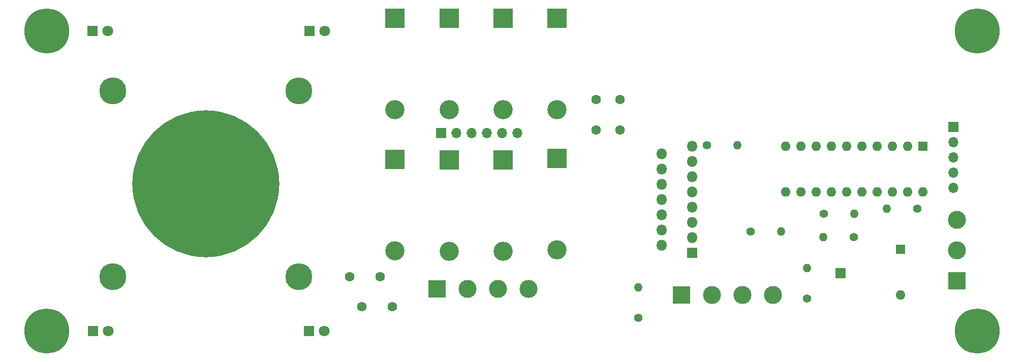
<source format=gbs>
G04 #@! TF.GenerationSoftware,KiCad,Pcbnew,(6.0.11)*
G04 #@! TF.CreationDate,2023-02-08T23:30:17+00:00*
G04 #@! TF.ProjectId,StepperDemoPCB,53746570-7065-4724-9465-6d6f5043422e,rev?*
G04 #@! TF.SameCoordinates,Original*
G04 #@! TF.FileFunction,Soldermask,Bot*
G04 #@! TF.FilePolarity,Negative*
%FSLAX46Y46*%
G04 Gerber Fmt 4.6, Leading zero omitted, Abs format (unit mm)*
G04 Created by KiCad (PCBNEW (6.0.11)) date 2023-02-08 23:30:17*
%MOMM*%
%LPD*%
G01*
G04 APERTURE LIST*
%ADD10R,1.600000X1.600000*%
%ADD11O,1.600000X1.600000*%
%ADD12C,1.400000*%
%ADD13O,1.400000X1.400000*%
%ADD14R,1.700000X1.700000*%
%ADD15O,1.700000X1.700000*%
%ADD16C,24.500000*%
%ADD17C,4.500000*%
%ADD18C,7.500000*%
%ADD19C,1.600000*%
%ADD20R,1.800000X1.800000*%
%ADD21C,1.800000*%
%ADD22R,3.200000X3.200000*%
%ADD23O,3.200000X3.200000*%
%ADD24R,3.000000X3.000000*%
%ADD25C,3.000000*%
%ADD26O,1.800000X1.800000*%
G04 APERTURE END LIST*
D10*
X182200000Y-80400000D03*
D11*
X182200000Y-88020000D03*
D12*
X185000000Y-73600000D03*
D13*
X179920000Y-73600000D03*
D14*
X105710000Y-61000000D03*
D15*
X108250000Y-61000000D03*
X110790000Y-61000000D03*
X113330000Y-61000000D03*
X115870000Y-61000000D03*
X118410000Y-61000000D03*
D16*
X66500000Y-69500000D03*
D17*
X51000000Y-54000000D03*
X82000000Y-54000000D03*
X51000000Y-85000000D03*
X82000000Y-85000000D03*
D18*
X195000000Y-94000000D03*
X40000000Y-94000000D03*
X195000000Y-44000000D03*
X40000000Y-44000000D03*
D19*
X97535000Y-90000000D03*
X92455000Y-90000000D03*
D12*
X169420000Y-74500000D03*
D13*
X174500000Y-74500000D03*
D20*
X47655000Y-94000000D03*
D21*
X50195000Y-94000000D03*
D19*
X135500000Y-60535000D03*
X135500000Y-55455000D03*
D14*
X191025000Y-59950000D03*
D15*
X191025000Y-62490000D03*
X191025000Y-65030000D03*
X191025000Y-67570000D03*
X191025000Y-70110000D03*
D14*
X172200000Y-84400000D03*
D19*
X131500000Y-60500000D03*
X131500000Y-55420000D03*
D12*
X166600000Y-88580000D03*
D13*
X166600000Y-83500000D03*
D22*
X98000000Y-65380000D03*
D23*
X98000000Y-80620000D03*
D22*
X125000000Y-65260000D03*
D23*
X125000000Y-80500000D03*
D24*
X105000000Y-87000000D03*
D25*
X110080000Y-87000000D03*
X115160000Y-87000000D03*
X120240000Y-87000000D03*
D20*
X83670000Y-94000000D03*
D21*
X86210000Y-94000000D03*
D22*
X98000000Y-41880000D03*
D23*
X98000000Y-57120000D03*
D24*
X145760000Y-88000000D03*
D25*
X150840000Y-88000000D03*
X155920000Y-88000000D03*
X161000000Y-88000000D03*
D24*
X191600000Y-85680000D03*
D25*
X191600000Y-80600000D03*
X191600000Y-75520000D03*
D22*
X116000000Y-65500000D03*
D23*
X116000000Y-80740000D03*
D22*
X125000000Y-41880000D03*
D23*
X125000000Y-57120000D03*
D22*
X107000000Y-41880000D03*
D23*
X107000000Y-57120000D03*
D12*
X157200000Y-77400000D03*
D13*
X162280000Y-77400000D03*
D20*
X83725000Y-44000000D03*
D21*
X86265000Y-44000000D03*
D12*
X138500000Y-91840000D03*
D13*
X138500000Y-86760000D03*
D12*
X150000000Y-63000000D03*
D13*
X155080000Y-63000000D03*
D10*
X185925000Y-63200000D03*
D11*
X183385000Y-63200000D03*
X180845000Y-63200000D03*
X178305000Y-63200000D03*
X175765000Y-63200000D03*
X173225000Y-63200000D03*
X170685000Y-63200000D03*
X168145000Y-63200000D03*
X165605000Y-63200000D03*
X163065000Y-63200000D03*
X163065000Y-70820000D03*
X165605000Y-70820000D03*
X168145000Y-70820000D03*
X170685000Y-70820000D03*
X173225000Y-70820000D03*
X175765000Y-70820000D03*
X178305000Y-70820000D03*
X180845000Y-70820000D03*
X183385000Y-70820000D03*
X185925000Y-70820000D03*
D22*
X107000000Y-65500000D03*
D23*
X107000000Y-80740000D03*
D22*
X116000000Y-41880000D03*
D23*
X116000000Y-57120000D03*
D12*
X174400000Y-78400000D03*
D13*
X169320000Y-78400000D03*
D20*
X47605000Y-44000000D03*
D21*
X50145000Y-44000000D03*
D19*
X90455000Y-85000000D03*
X95535000Y-85000000D03*
D20*
X147500000Y-81000000D03*
D26*
X142420000Y-79730000D03*
X147500000Y-78460000D03*
X142420000Y-77190000D03*
X147500000Y-75920000D03*
X142420000Y-74650000D03*
X147500000Y-73380000D03*
X142420000Y-72110000D03*
X147500000Y-70840000D03*
X142420000Y-69570000D03*
X147500000Y-68300000D03*
X142420000Y-67030000D03*
X147500000Y-65760000D03*
X142420000Y-64490000D03*
X147500000Y-63220000D03*
M02*

</source>
